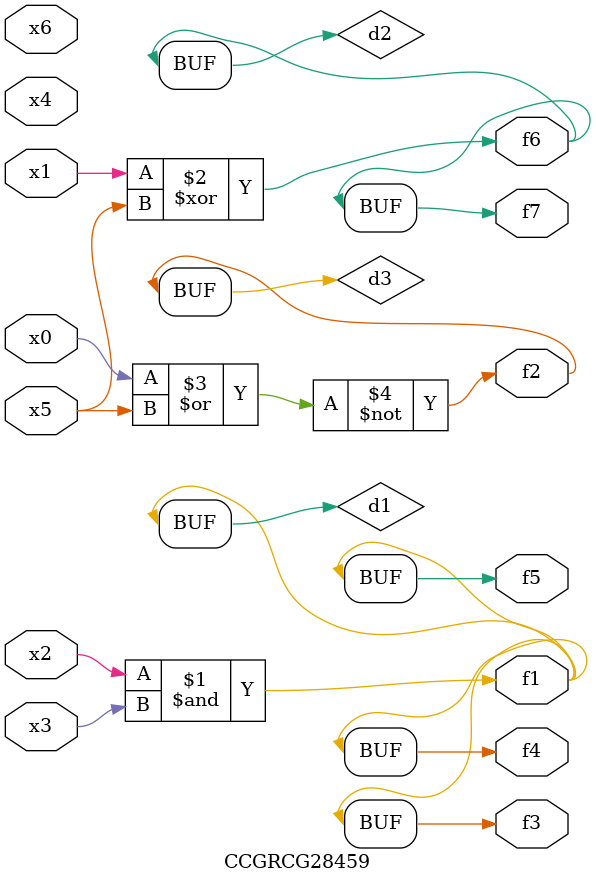
<source format=v>
module CCGRCG28459(
	input x0, x1, x2, x3, x4, x5, x6,
	output f1, f2, f3, f4, f5, f6, f7
);

	wire d1, d2, d3;

	and (d1, x2, x3);
	xor (d2, x1, x5);
	nor (d3, x0, x5);
	assign f1 = d1;
	assign f2 = d3;
	assign f3 = d1;
	assign f4 = d1;
	assign f5 = d1;
	assign f6 = d2;
	assign f7 = d2;
endmodule

</source>
